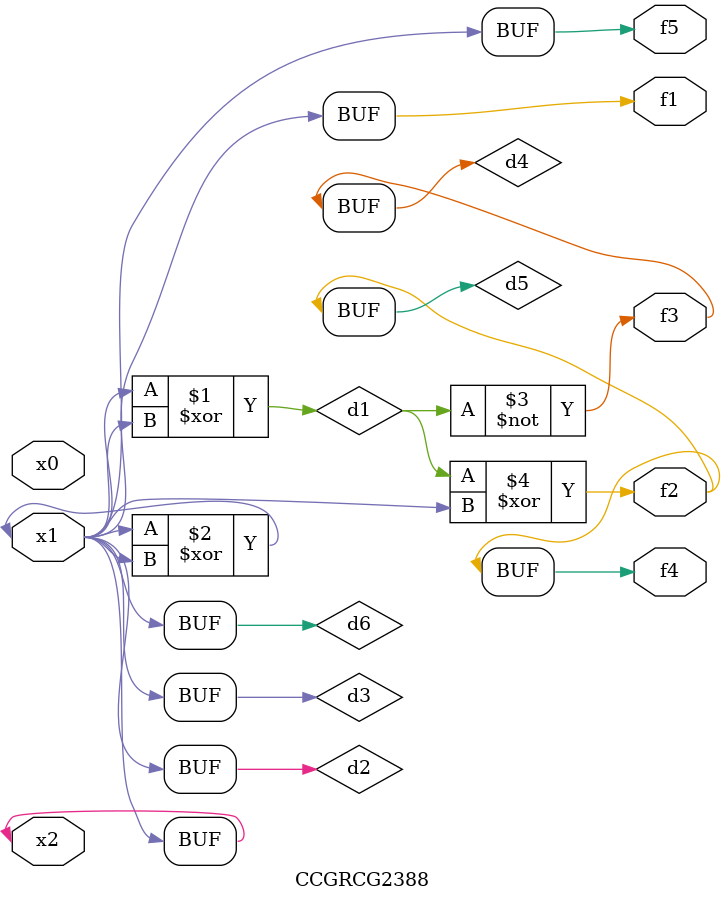
<source format=v>
module CCGRCG2388(
	input x0, x1, x2,
	output f1, f2, f3, f4, f5
);

	wire d1, d2, d3, d4, d5, d6;

	xor (d1, x1, x2);
	buf (d2, x1, x2);
	xor (d3, x1, x2);
	nor (d4, d1);
	xor (d5, d1, d2);
	buf (d6, d2, d3);
	assign f1 = d6;
	assign f2 = d5;
	assign f3 = d4;
	assign f4 = d5;
	assign f5 = d6;
endmodule

</source>
